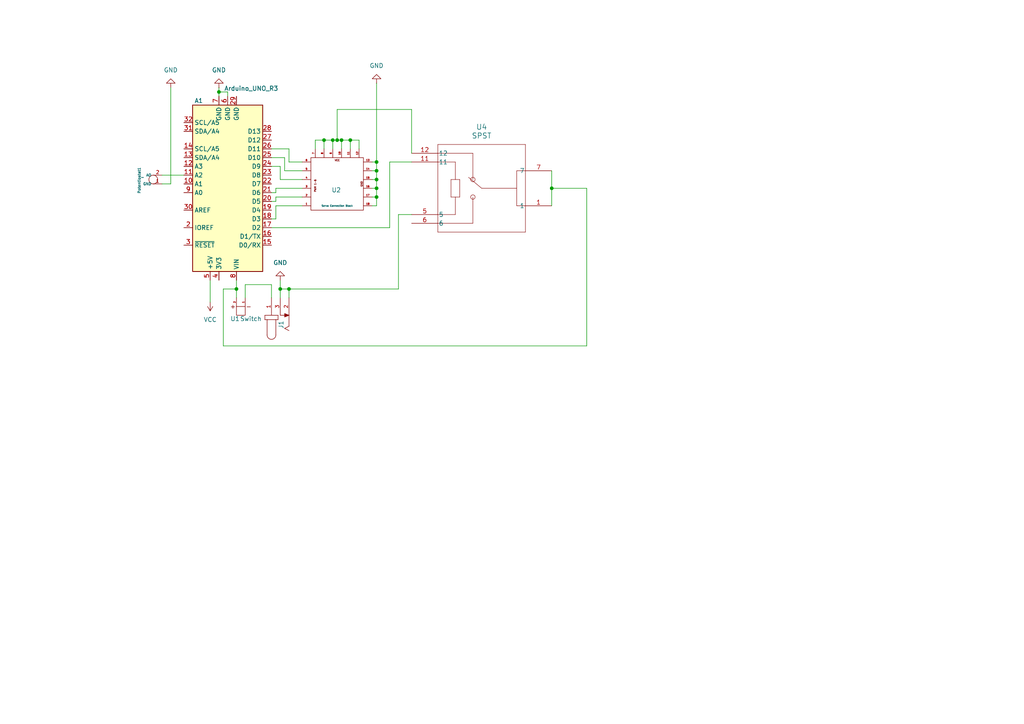
<source format=kicad_sch>
(kicad_sch
	(version 20231120)
	(generator "eeschema")
	(generator_version "8.0")
	(uuid "f59e8c54-e93d-4737-978a-52955120ac72")
	(paper "A4")
	(lib_symbols
		(symbol "MCU_Module:Arduino_UNO_R3"
			(exclude_from_sim no)
			(in_bom yes)
			(on_board yes)
			(property "Reference" "A"
				(at -10.16 23.495 0)
				(effects
					(font
						(size 1.27 1.27)
					)
					(justify left bottom)
				)
			)
			(property "Value" "Arduino_UNO_R3"
				(at 5.08 -26.67 0)
				(effects
					(font
						(size 1.27 1.27)
					)
					(justify left top)
				)
			)
			(property "Footprint" "Module:Arduino_UNO_R3"
				(at 0 0 0)
				(effects
					(font
						(size 1.27 1.27)
						(italic yes)
					)
					(hide yes)
				)
			)
			(property "Datasheet" "https://www.arduino.cc/en/Main/arduinoBoardUno"
				(at 0 0 0)
				(effects
					(font
						(size 1.27 1.27)
					)
					(hide yes)
				)
			)
			(property "Description" "Arduino UNO Microcontroller Module, release 3"
				(at 0 0 0)
				(effects
					(font
						(size 1.27 1.27)
					)
					(hide yes)
				)
			)
			(property "ki_keywords" "Arduino UNO R3 Microcontroller Module Atmel AVR USB"
				(at 0 0 0)
				(effects
					(font
						(size 1.27 1.27)
					)
					(hide yes)
				)
			)
			(property "ki_fp_filters" "Arduino*UNO*R3*"
				(at 0 0 0)
				(effects
					(font
						(size 1.27 1.27)
					)
					(hide yes)
				)
			)
			(symbol "Arduino_UNO_R3_0_1"
				(rectangle
					(start -10.16 22.86)
					(end 10.16 -25.4)
					(stroke
						(width 0.254)
						(type default)
					)
					(fill
						(type background)
					)
				)
			)
			(symbol "Arduino_UNO_R3_1_1"
				(pin no_connect line
					(at -10.16 -20.32 0)
					(length 2.54) hide
					(name "NC"
						(effects
							(font
								(size 1.27 1.27)
							)
						)
					)
					(number "1"
						(effects
							(font
								(size 1.27 1.27)
							)
						)
					)
				)
				(pin bidirectional line
					(at 12.7 -2.54 180)
					(length 2.54)
					(name "A1"
						(effects
							(font
								(size 1.27 1.27)
							)
						)
					)
					(number "10"
						(effects
							(font
								(size 1.27 1.27)
							)
						)
					)
				)
				(pin bidirectional line
					(at 12.7 -5.08 180)
					(length 2.54)
					(name "A2"
						(effects
							(font
								(size 1.27 1.27)
							)
						)
					)
					(number "11"
						(effects
							(font
								(size 1.27 1.27)
							)
						)
					)
				)
				(pin bidirectional line
					(at 12.7 -7.62 180)
					(length 2.54)
					(name "A3"
						(effects
							(font
								(size 1.27 1.27)
							)
						)
					)
					(number "12"
						(effects
							(font
								(size 1.27 1.27)
							)
						)
					)
				)
				(pin bidirectional line
					(at 12.7 -10.16 180)
					(length 2.54)
					(name "SDA/A4"
						(effects
							(font
								(size 1.27 1.27)
							)
						)
					)
					(number "13"
						(effects
							(font
								(size 1.27 1.27)
							)
						)
					)
				)
				(pin bidirectional line
					(at 12.7 -12.7 180)
					(length 2.54)
					(name "SCL/A5"
						(effects
							(font
								(size 1.27 1.27)
							)
						)
					)
					(number "14"
						(effects
							(font
								(size 1.27 1.27)
							)
						)
					)
				)
				(pin bidirectional line
					(at -12.7 15.24 0)
					(length 2.54)
					(name "D0/RX"
						(effects
							(font
								(size 1.27 1.27)
							)
						)
					)
					(number "15"
						(effects
							(font
								(size 1.27 1.27)
							)
						)
					)
				)
				(pin bidirectional line
					(at -12.7 12.7 0)
					(length 2.54)
					(name "D1/TX"
						(effects
							(font
								(size 1.27 1.27)
							)
						)
					)
					(number "16"
						(effects
							(font
								(size 1.27 1.27)
							)
						)
					)
				)
				(pin bidirectional line
					(at -12.7 10.16 0)
					(length 2.54)
					(name "D2"
						(effects
							(font
								(size 1.27 1.27)
							)
						)
					)
					(number "17"
						(effects
							(font
								(size 1.27 1.27)
							)
						)
					)
				)
				(pin bidirectional line
					(at -12.7 7.62 0)
					(length 2.54)
					(name "D3"
						(effects
							(font
								(size 1.27 1.27)
							)
						)
					)
					(number "18"
						(effects
							(font
								(size 1.27 1.27)
							)
						)
					)
				)
				(pin bidirectional line
					(at -12.7 5.08 0)
					(length 2.54)
					(name "D4"
						(effects
							(font
								(size 1.27 1.27)
							)
						)
					)
					(number "19"
						(effects
							(font
								(size 1.27 1.27)
							)
						)
					)
				)
				(pin output line
					(at 12.7 10.16 180)
					(length 2.54)
					(name "IOREF"
						(effects
							(font
								(size 1.27 1.27)
							)
						)
					)
					(number "2"
						(effects
							(font
								(size 1.27 1.27)
							)
						)
					)
				)
				(pin bidirectional line
					(at -12.7 2.54 0)
					(length 2.54)
					(name "D5"
						(effects
							(font
								(size 1.27 1.27)
							)
						)
					)
					(number "20"
						(effects
							(font
								(size 1.27 1.27)
							)
						)
					)
				)
				(pin bidirectional line
					(at -12.7 0 0)
					(length 2.54)
					(name "D6"
						(effects
							(font
								(size 1.27 1.27)
							)
						)
					)
					(number "21"
						(effects
							(font
								(size 1.27 1.27)
							)
						)
					)
				)
				(pin bidirectional line
					(at -12.7 -2.54 0)
					(length 2.54)
					(name "D7"
						(effects
							(font
								(size 1.27 1.27)
							)
						)
					)
					(number "22"
						(effects
							(font
								(size 1.27 1.27)
							)
						)
					)
				)
				(pin bidirectional line
					(at -12.7 -5.08 0)
					(length 2.54)
					(name "D8"
						(effects
							(font
								(size 1.27 1.27)
							)
						)
					)
					(number "23"
						(effects
							(font
								(size 1.27 1.27)
							)
						)
					)
				)
				(pin bidirectional line
					(at -12.7 -7.62 0)
					(length 2.54)
					(name "D9"
						(effects
							(font
								(size 1.27 1.27)
							)
						)
					)
					(number "24"
						(effects
							(font
								(size 1.27 1.27)
							)
						)
					)
				)
				(pin bidirectional line
					(at -12.7 -10.16 0)
					(length 2.54)
					(name "D10"
						(effects
							(font
								(size 1.27 1.27)
							)
						)
					)
					(number "25"
						(effects
							(font
								(size 1.27 1.27)
							)
						)
					)
				)
				(pin bidirectional line
					(at -12.7 -12.7 0)
					(length 2.54)
					(name "D11"
						(effects
							(font
								(size 1.27 1.27)
							)
						)
					)
					(number "26"
						(effects
							(font
								(size 1.27 1.27)
							)
						)
					)
				)
				(pin bidirectional line
					(at -12.7 -15.24 0)
					(length 2.54)
					(name "D12"
						(effects
							(font
								(size 1.27 1.27)
							)
						)
					)
					(number "27"
						(effects
							(font
								(size 1.27 1.27)
							)
						)
					)
				)
				(pin bidirectional line
					(at -12.7 -17.78 0)
					(length 2.54)
					(name "D13"
						(effects
							(font
								(size 1.27 1.27)
							)
						)
					)
					(number "28"
						(effects
							(font
								(size 1.27 1.27)
							)
						)
					)
				)
				(pin power_in line
					(at -2.54 -27.94 90)
					(length 2.54)
					(name "GND"
						(effects
							(font
								(size 1.27 1.27)
							)
						)
					)
					(number "29"
						(effects
							(font
								(size 1.27 1.27)
							)
						)
					)
				)
				(pin input line
					(at 12.7 15.24 180)
					(length 2.54)
					(name "~{RESET}"
						(effects
							(font
								(size 1.27 1.27)
							)
						)
					)
					(number "3"
						(effects
							(font
								(size 1.27 1.27)
							)
						)
					)
				)
				(pin input line
					(at 12.7 5.08 180)
					(length 2.54)
					(name "AREF"
						(effects
							(font
								(size 1.27 1.27)
							)
						)
					)
					(number "30"
						(effects
							(font
								(size 1.27 1.27)
							)
						)
					)
				)
				(pin bidirectional line
					(at 12.7 -17.78 180)
					(length 2.54)
					(name "SDA/A4"
						(effects
							(font
								(size 1.27 1.27)
							)
						)
					)
					(number "31"
						(effects
							(font
								(size 1.27 1.27)
							)
						)
					)
				)
				(pin bidirectional line
					(at 12.7 -20.32 180)
					(length 2.54)
					(name "SCL/A5"
						(effects
							(font
								(size 1.27 1.27)
							)
						)
					)
					(number "32"
						(effects
							(font
								(size 1.27 1.27)
							)
						)
					)
				)
				(pin power_out line
					(at 2.54 25.4 270)
					(length 2.54)
					(name "3V3"
						(effects
							(font
								(size 1.27 1.27)
							)
						)
					)
					(number "4"
						(effects
							(font
								(size 1.27 1.27)
							)
						)
					)
				)
				(pin power_out line
					(at 5.08 25.4 270)
					(length 2.54)
					(name "+5V"
						(effects
							(font
								(size 1.27 1.27)
							)
						)
					)
					(number "5"
						(effects
							(font
								(size 1.27 1.27)
							)
						)
					)
				)
				(pin power_in line
					(at 0 -27.94 90)
					(length 2.54)
					(name "GND"
						(effects
							(font
								(size 1.27 1.27)
							)
						)
					)
					(number "6"
						(effects
							(font
								(size 1.27 1.27)
							)
						)
					)
				)
				(pin power_in line
					(at 2.54 -27.94 90)
					(length 2.54)
					(name "GND"
						(effects
							(font
								(size 1.27 1.27)
							)
						)
					)
					(number "7"
						(effects
							(font
								(size 1.27 1.27)
							)
						)
					)
				)
				(pin power_in line
					(at -2.54 25.4 270)
					(length 2.54)
					(name "VIN"
						(effects
							(font
								(size 1.27 1.27)
							)
						)
					)
					(number "8"
						(effects
							(font
								(size 1.27 1.27)
							)
						)
					)
				)
				(pin bidirectional line
					(at 12.7 0 180)
					(length 2.54)
					(name "A0"
						(effects
							(font
								(size 1.27 1.27)
							)
						)
					)
					(number "9"
						(effects
							(font
								(size 1.27 1.27)
							)
						)
					)
				)
			)
		)
		(symbol "RA_symbols:SPST"
			(pin_names
				(offset 0.254)
			)
			(exclude_from_sim no)
			(in_bom yes)
			(on_board yes)
			(property "Reference" "U"
				(at 20.32 10.16 0)
				(effects
					(font
						(size 1.524 1.524)
					)
				)
			)
			(property "Value" "SPST"
				(at 20.32 7.62 0)
				(effects
					(font
						(size 1.524 1.524)
					)
				)
			)
			(property "Footprint" "RELAY6_J1021CS312VDC.20_CRS"
				(at 0 0 0)
				(effects
					(font
						(size 1.27 1.27)
						(italic yes)
					)
					(hide yes)
				)
			)
			(property "Datasheet" "J1021CS312VDC.20"
				(at 0 0 0)
				(effects
					(font
						(size 1.27 1.27)
						(italic yes)
					)
					(hide yes)
				)
			)
			(property "Description" ""
				(at 0 0 0)
				(effects
					(font
						(size 1.27 1.27)
					)
					(hide yes)
				)
			)
			(property "ki_keywords" "J1021CS312VDC.20"
				(at 0 0 0)
				(effects
					(font
						(size 1.27 1.27)
					)
					(hide yes)
				)
			)
			(property "ki_fp_filters" "RELAY6_J1021CS312VDC.20_CRS"
				(at 0 0 0)
				(effects
					(font
						(size 1.27 1.27)
					)
					(hide yes)
				)
			)
			(symbol "SPST_0_1"
				(polyline
					(pts
						(xy 7.62 -20.32) (xy 33.02 -20.32)
					)
					(stroke
						(width 0.127)
						(type default)
					)
					(fill
						(type none)
					)
				)
				(polyline
					(pts
						(xy 7.62 -2.54) (xy 10.16 -2.54)
					)
					(stroke
						(width 0.127)
						(type default)
					)
					(fill
						(type none)
					)
				)
				(polyline
					(pts
						(xy 7.62 5.08) (xy 7.62 -20.32)
					)
					(stroke
						(width 0.127)
						(type default)
					)
					(fill
						(type none)
					)
				)
				(polyline
					(pts
						(xy 10.16 -12.7) (xy 7.62 -12.7)
					)
					(stroke
						(width 0.127)
						(type default)
					)
					(fill
						(type none)
					)
				)
				(polyline
					(pts
						(xy 10.16 -7.62) (xy 20.32 -7.62)
					)
					(stroke
						(width 0.127)
						(type default)
					)
					(fill
						(type none)
					)
				)
				(polyline
					(pts
						(xy 10.16 -2.54) (xy 10.16 -12.7)
					)
					(stroke
						(width 0.127)
						(type default)
					)
					(fill
						(type none)
					)
				)
				(polyline
					(pts
						(xy 20.32 -7.62) (xy 24.13 -10.795)
					)
					(stroke
						(width 0.127)
						(type default)
					)
					(fill
						(type none)
					)
				)
				(polyline
					(pts
						(xy 22.86 -17.78) (xy 33.02 -17.78)
					)
					(stroke
						(width 0.127)
						(type default)
					)
					(fill
						(type none)
					)
				)
				(polyline
					(pts
						(xy 22.86 -10.16) (xy 22.86 -17.78)
					)
					(stroke
						(width 0.127)
						(type default)
					)
					(fill
						(type none)
					)
				)
				(polyline
					(pts
						(xy 22.86 2.54) (xy 22.86 -5.08)
					)
					(stroke
						(width 0.127)
						(type default)
					)
					(fill
						(type none)
					)
				)
				(polyline
					(pts
						(xy 26.67 -10.16) (xy 29.21 -10.16)
					)
					(stroke
						(width 0.127)
						(type default)
					)
					(fill
						(type none)
					)
				)
				(polyline
					(pts
						(xy 26.67 -5.08) (xy 26.67 -10.16)
					)
					(stroke
						(width 0.127)
						(type default)
					)
					(fill
						(type none)
					)
				)
				(polyline
					(pts
						(xy 26.67 -5.08) (xy 29.21 -5.08)
					)
					(stroke
						(width 0.127)
						(type default)
					)
					(fill
						(type none)
					)
				)
				(polyline
					(pts
						(xy 27.94 -15.24) (xy 33.02 -15.24)
					)
					(stroke
						(width 0.127)
						(type default)
					)
					(fill
						(type none)
					)
				)
				(polyline
					(pts
						(xy 27.94 -10.16) (xy 27.94 -15.24)
					)
					(stroke
						(width 0.127)
						(type default)
					)
					(fill
						(type none)
					)
				)
				(polyline
					(pts
						(xy 27.94 -5.08) (xy 27.94 0)
					)
					(stroke
						(width 0.127)
						(type default)
					)
					(fill
						(type none)
					)
				)
				(polyline
					(pts
						(xy 29.21 -10.16) (xy 29.21 -5.08)
					)
					(stroke
						(width 0.127)
						(type default)
					)
					(fill
						(type none)
					)
				)
				(polyline
					(pts
						(xy 33.02 -20.32) (xy 33.02 5.08)
					)
					(stroke
						(width 0.127)
						(type default)
					)
					(fill
						(type none)
					)
				)
				(polyline
					(pts
						(xy 33.02 0) (xy 27.94 0)
					)
					(stroke
						(width 0.127)
						(type default)
					)
					(fill
						(type none)
					)
				)
				(polyline
					(pts
						(xy 33.02 2.54) (xy 22.86 2.54)
					)
					(stroke
						(width 0.127)
						(type default)
					)
					(fill
						(type none)
					)
				)
				(polyline
					(pts
						(xy 33.02 5.08) (xy 7.62 5.08)
					)
					(stroke
						(width 0.127)
						(type default)
					)
					(fill
						(type none)
					)
				)
				(circle
					(center 22.86 -10.16)
					(radius 0.635)
					(stroke
						(width 0.127)
						(type default)
					)
					(fill
						(type none)
					)
				)
				(circle
					(center 22.86 -5.08)
					(radius 0.635)
					(stroke
						(width 0.127)
						(type default)
					)
					(fill
						(type none)
					)
				)
				(pin unspecified line
					(at 0 -2.54 0)
					(length 7.62)
					(name "1"
						(effects
							(font
								(size 1.27 1.27)
							)
						)
					)
					(number "1"
						(effects
							(font
								(size 1.27 1.27)
							)
						)
					)
				)
				(pin unspecified line
					(at 40.64 -15.24 180)
					(length 7.62)
					(name "11"
						(effects
							(font
								(size 1.27 1.27)
							)
						)
					)
					(number "11"
						(effects
							(font
								(size 1.27 1.27)
							)
						)
					)
				)
				(pin unspecified line
					(at 40.64 -17.78 180)
					(length 7.62)
					(name "12"
						(effects
							(font
								(size 1.27 1.27)
							)
						)
					)
					(number "12"
						(effects
							(font
								(size 1.27 1.27)
							)
						)
					)
				)
				(pin unspecified line
					(at 40.64 0 180)
					(length 7.62)
					(name "5"
						(effects
							(font
								(size 1.27 1.27)
							)
						)
					)
					(number "5"
						(effects
							(font
								(size 1.27 1.27)
							)
						)
					)
				)
				(pin unspecified line
					(at 40.64 2.54 180)
					(length 7.62)
					(name "6"
						(effects
							(font
								(size 1.27 1.27)
							)
						)
					)
					(number "6"
						(effects
							(font
								(size 1.27 1.27)
							)
						)
					)
				)
				(pin unspecified line
					(at 0 -12.7 0)
					(length 7.62)
					(name "7"
						(effects
							(font
								(size 1.27 1.27)
							)
						)
					)
					(number "7"
						(effects
							(font
								(size 1.27 1.27)
							)
						)
					)
				)
			)
		)
		(symbol "RA_symbols:Servo_Connection_Block"
			(exclude_from_sim no)
			(in_bom yes)
			(on_board yes)
			(property "Reference" "U2"
				(at 6.35 -4.064 0)
				(effects
					(font
						(size 1.27 1.27)
					)
				)
			)
			(property "Value" "Servo Connection Block"
				(at 6.35 -10.414 0)
				(effects
					(font
						(size 0.5 0.5)
					)
				)
			)
			(property "Footprint" "Recirculation_Aparatus_Footprints:Servo Connection Block"
				(at 0 0 0)
				(effects
					(font
						(size 1.27 1.27)
					)
					(hide yes)
				)
			)
			(property "Datasheet" ""
				(at 0 0 0)
				(effects
					(font
						(size 1.27 1.27)
					)
					(hide yes)
				)
			)
			(property "Description" "Block of Pin Connections"
				(at 0 0 0)
				(effects
					(font
						(size 1.27 1.27)
					)
					(hide yes)
				)
			)
			(property "ki_keywords" "Connection"
				(at 0 0 0)
				(effects
					(font
						(size 1.27 1.27)
					)
					(hide yes)
				)
			)
			(symbol "Servo_Connection_Block_0_1"
				(rectangle
					(start -1.27 3.81)
					(end 13.97 -11.43)
					(stroke
						(width 0)
						(type default)
					)
					(fill
						(type none)
					)
				)
			)
			(symbol "Servo_Connection_Block_1_1"
				(text "GND"
					(at 13.462 -3.81 900)
					(effects
						(font
							(size 0.5 0.5)
						)
					)
				)
				(text "PWM 1-6"
					(at 0 -4.318 900)
					(effects
						(font
							(size 0.5 0.5)
						)
					)
				)
				(text "VCC"
					(at 6.35 3.048 0)
					(effects
						(font
							(size 0.5 0.5)
						)
					)
				)
				(pin input line
					(at -3.81 -10.16 0)
					(length 2.54)
					(name ""
						(effects
							(font
								(size 0.5 0.5)
							)
						)
					)
					(number "1"
						(effects
							(font
								(size 0.5 0.5)
							)
						)
					)
				)
				(pin input line
					(at 7.62 6.35 270)
					(length 2.54)
					(name ""
						(effects
							(font
								(size 0.5 0.5)
							)
						)
					)
					(number "10"
						(effects
							(font
								(size 0.5 0.5)
							)
						)
					)
				)
				(pin input line
					(at 10.16 6.35 270)
					(length 2.54)
					(name ""
						(effects
							(font
								(size 0.5 0.5)
							)
						)
					)
					(number "11"
						(effects
							(font
								(size 0.5 0.5)
							)
						)
					)
				)
				(pin input line
					(at 12.7 6.35 270)
					(length 2.54)
					(name ""
						(effects
							(font
								(size 0.5 0.5)
							)
						)
					)
					(number "12"
						(effects
							(font
								(size 0.5 0.5)
							)
						)
					)
				)
				(pin input line
					(at 16.51 2.54 180)
					(length 2.54)
					(name ""
						(effects
							(font
								(size 0.5 0.5)
							)
						)
					)
					(number "13"
						(effects
							(font
								(size 0.5 0.5)
							)
						)
					)
				)
				(pin input line
					(at 16.51 0 180)
					(length 2.54)
					(name ""
						(effects
							(font
								(size 0.5 0.5)
							)
						)
					)
					(number "14"
						(effects
							(font
								(size 0.5 0.5)
							)
						)
					)
				)
				(pin input line
					(at 16.51 -2.54 180)
					(length 2.54)
					(name ""
						(effects
							(font
								(size 0.5 0.5)
							)
						)
					)
					(number "15"
						(effects
							(font
								(size 0.5 0.5)
							)
						)
					)
				)
				(pin input line
					(at 16.51 -5.08 180)
					(length 2.54)
					(name ""
						(effects
							(font
								(size 0.5 0.5)
							)
						)
					)
					(number "16"
						(effects
							(font
								(size 0.5 0.5)
							)
						)
					)
				)
				(pin input line
					(at 16.51 -7.62 180)
					(length 2.54)
					(name ""
						(effects
							(font
								(size 0.5 0.5)
							)
						)
					)
					(number "17"
						(effects
							(font
								(size 0.5 0.5)
							)
						)
					)
				)
				(pin input line
					(at 16.51 -10.16 180)
					(length 2.54)
					(name ""
						(effects
							(font
								(size 0.5 0.5)
							)
						)
					)
					(number "18"
						(effects
							(font
								(size 0.5 0.5)
							)
						)
					)
				)
				(pin input line
					(at -3.81 -7.62 0)
					(length 2.54)
					(name ""
						(effects
							(font
								(size 0.5 0.5)
							)
						)
					)
					(number "2"
						(effects
							(font
								(size 0.5 0.5)
							)
						)
					)
				)
				(pin input line
					(at -3.81 -5.08 0)
					(length 2.54)
					(name ""
						(effects
							(font
								(size 0.5 0.5)
							)
						)
					)
					(number "3"
						(effects
							(font
								(size 0.5 0.5)
							)
						)
					)
				)
				(pin input line
					(at -3.81 -2.54 0)
					(length 2.54)
					(name ""
						(effects
							(font
								(size 0.5 0.5)
							)
						)
					)
					(number "4"
						(effects
							(font
								(size 0.5 0.5)
							)
						)
					)
				)
				(pin input line
					(at -3.81 0 0)
					(length 2.54)
					(name ""
						(effects
							(font
								(size 0.5 0.5)
							)
						)
					)
					(number "5"
						(effects
							(font
								(size 0.5 0.5)
							)
						)
					)
				)
				(pin input line
					(at -3.81 2.54 0)
					(length 2.54)
					(name ""
						(effects
							(font
								(size 0.5 0.5)
							)
						)
					)
					(number "6"
						(effects
							(font
								(size 0.5 0.5)
							)
						)
					)
				)
				(pin input line
					(at 0 6.35 270)
					(length 2.54)
					(name ""
						(effects
							(font
								(size 0.5 0.5)
							)
						)
					)
					(number "7"
						(effects
							(font
								(size 0.5 0.5)
							)
						)
					)
				)
				(pin input line
					(at 2.54 6.35 270)
					(length 2.54)
					(name ""
						(effects
							(font
								(size 0.5 0.5)
							)
						)
					)
					(number "8"
						(effects
							(font
								(size 0.5 0.5)
							)
						)
					)
				)
				(pin input line
					(at 5.08 6.35 270)
					(length 2.54)
					(name ""
						(effects
							(font
								(size 0.5 0.5)
							)
						)
					)
					(number "9"
						(effects
							(font
								(size 0.5 0.5)
							)
						)
					)
				)
			)
		)
		(symbol "Recirculation_Aparatus_Symbols:PJ-202B"
			(pin_names
				(offset 1.016)
			)
			(exclude_from_sim no)
			(in_bom yes)
			(on_board yes)
			(property "Reference" "J"
				(at -7.6259 5.0839 0)
				(effects
					(font
						(size 1.27 1.27)
					)
					(justify left bottom)
				)
			)
			(property "Value" "PJ-202B"
				(at -7.6205 -5.0804 0)
				(effects
					(font
						(size 1.27 1.27)
					)
					(justify left bottom)
				)
			)
			(property "Footprint" "PJ-202B:CUI_PJ-202B"
				(at 0 0 0)
				(effects
					(font
						(size 1.27 1.27)
					)
					(justify bottom)
					(hide yes)
				)
			)
			(property "Datasheet" ""
				(at 0 0 0)
				(effects
					(font
						(size 1.27 1.27)
					)
					(hide yes)
				)
			)
			(property "Description" ""
				(at 0 0 0)
				(effects
					(font
						(size 1.27 1.27)
					)
					(hide yes)
				)
			)
			(property "STANDARD" "Manufacturer recommendations"
				(at 0 0 0)
				(effects
					(font
						(size 1.27 1.27)
					)
					(justify bottom)
					(hide yes)
				)
			)
			(property "PART_REV" "1.02"
				(at 0 0 0)
				(effects
					(font
						(size 1.27 1.27)
					)
					(justify bottom)
					(hide yes)
				)
			)
			(property "MANUFACTURER" "CUI INC"
				(at 0 0 0)
				(effects
					(font
						(size 1.27 1.27)
					)
					(justify bottom)
					(hide yes)
				)
			)
			(symbol "PJ-202B_0_0"
				(arc
					(start -5.715 3.81)
					(mid -6.9794 2.54)
					(end -5.715 1.27)
					(stroke
						(width 0.1524)
						(type default)
					)
					(fill
						(type none)
					)
				)
				(polyline
					(pts
						(xy -5.715 3.81) (xy -1.27 3.81)
					)
					(stroke
						(width 0.1524)
						(type default)
					)
					(fill
						(type none)
					)
				)
				(polyline
					(pts
						(xy -3.81 -1.27) (xy -4.445 -2.54)
					)
					(stroke
						(width 0.1524)
						(type default)
					)
					(fill
						(type none)
					)
				)
				(polyline
					(pts
						(xy -3.175 -2.54) (xy -3.81 -1.27)
					)
					(stroke
						(width 0.1524)
						(type default)
					)
					(fill
						(type none)
					)
				)
				(polyline
					(pts
						(xy -1.27 0.635) (xy 0 0.635)
					)
					(stroke
						(width 0.1524)
						(type default)
					)
					(fill
						(type none)
					)
				)
				(polyline
					(pts
						(xy -1.27 1.27) (xy -5.715 1.27)
					)
					(stroke
						(width 0.1524)
						(type default)
					)
					(fill
						(type none)
					)
				)
				(polyline
					(pts
						(xy -1.27 1.27) (xy -1.27 0.635)
					)
					(stroke
						(width 0.1524)
						(type default)
					)
					(fill
						(type none)
					)
				)
				(polyline
					(pts
						(xy -1.27 3.81) (xy -1.27 1.27)
					)
					(stroke
						(width 0.1524)
						(type default)
					)
					(fill
						(type none)
					)
				)
				(polyline
					(pts
						(xy -1.27 4.445) (xy -1.27 3.81)
					)
					(stroke
						(width 0.1524)
						(type default)
					)
					(fill
						(type none)
					)
				)
				(polyline
					(pts
						(xy 0 -2.54) (xy -3.175 -2.54)
					)
					(stroke
						(width 0.1524)
						(type default)
					)
					(fill
						(type none)
					)
				)
				(polyline
					(pts
						(xy 0 0) (xy 0 -2.54)
					)
					(stroke
						(width 0.1524)
						(type default)
					)
					(fill
						(type none)
					)
				)
				(polyline
					(pts
						(xy 0 0.635) (xy 0 4.445)
					)
					(stroke
						(width 0.1524)
						(type default)
					)
					(fill
						(type none)
					)
				)
				(polyline
					(pts
						(xy 0 4.445) (xy -1.27 4.445)
					)
					(stroke
						(width 0.1524)
						(type default)
					)
					(fill
						(type none)
					)
				)
				(polyline
					(pts
						(xy 0 -2.54) (xy -0.508 -1.27) (xy 0.508 -1.27) (xy 0 -2.54)
					)
					(stroke
						(width 0.1524)
						(type default)
					)
					(fill
						(type outline)
					)
				)
				(pin passive line
					(at 5.08 2.54 180)
					(length 5.08)
					(name "~"
						(effects
							(font
								(size 1.016 1.016)
							)
						)
					)
					(number "1"
						(effects
							(font
								(size 1.016 1.016)
							)
						)
					)
				)
				(pin passive line
					(at 5.08 -2.54 180)
					(length 5.08)
					(name "~"
						(effects
							(font
								(size 1.016 1.016)
							)
						)
					)
					(number "2"
						(effects
							(font
								(size 1.016 1.016)
							)
						)
					)
				)
				(pin passive line
					(at 5.08 0 180)
					(length 5.08)
					(name "~"
						(effects
							(font
								(size 1.016 1.016)
							)
						)
					)
					(number "3"
						(effects
							(font
								(size 1.016 1.016)
							)
						)
					)
				)
			)
		)
		(symbol "Recirculation_Aparatus_Symbols:Potentiostat"
			(exclude_from_sim no)
			(in_bom yes)
			(on_board yes)
			(property "Reference" "Potentiostat1"
				(at 4.064 -3.556 90)
				(effects
					(font
						(size 0.75 0.75)
					)
					(justify left)
				)
			)
			(property "Value" "~"
				(at 2.54 -0.635 0)
				(effects
					(font
						(size 1.27 1.27)
					)
					(justify left)
				)
			)
			(property "Footprint" "Recirculation_Aparatus_Footprints:Potentiometer"
				(at 0 0 0)
				(effects
					(font
						(size 1.27 1.27)
					)
					(hide yes)
				)
			)
			(property "Datasheet" ""
				(at 0 0 0)
				(effects
					(font
						(size 1.27 1.27)
					)
					(hide yes)
				)
			)
			(property "Description" "potentiostat connection"
				(at 0 0 0)
				(effects
					(font
						(size 1.27 1.27)
					)
					(hide yes)
				)
			)
			(symbol "Potentiostat_0_1"
				(circle
					(center 0 0)
					(radius 1.27)
					(stroke
						(width 0)
						(type default)
					)
					(fill
						(type none)
					)
				)
			)
			(symbol "Potentiostat_1_1"
				(pin power_in line
					(at -2.54 1.27 0)
					(length 2.54)
					(name "GND"
						(effects
							(font
								(size 0.75 0.75)
							)
						)
					)
					(number "1"
						(effects
							(font
								(size 1 1)
							)
						)
					)
				)
				(pin power_in line
					(at -2.54 -1.27 0)
					(length 2.54)
					(name "AO"
						(effects
							(font
								(size 0.75 0.75)
							)
						)
					)
					(number "2"
						(effects
							(font
								(size 1 1)
							)
						)
					)
				)
			)
		)
		(symbol "Recirculation_Aparatus_Symbols:Switch"
			(exclude_from_sim no)
			(in_bom yes)
			(on_board yes)
			(property "Reference" "U1"
				(at -3.048 -2.286 0)
				(effects
					(font
						(size 1.27 1.27)
					)
					(justify left)
				)
			)
			(property "Value" "Switch"
				(at -0.254 -2.286 0)
				(effects
					(font
						(size 1.27 1.27)
					)
					(justify left)
				)
			)
			(property "Footprint" "Recirculation_Aparatus_Footprints:Switch"
				(at 0 0 0)
				(effects
					(font
						(size 1.27 1.27)
					)
					(hide yes)
				)
			)
			(property "Datasheet" ""
				(at 0 0 0)
				(effects
					(font
						(size 1.27 1.27)
					)
					(hide yes)
				)
			)
			(property "Description" "Switch"
				(at 0 0 0)
				(effects
					(font
						(size 1.27 1.27)
					)
					(hide yes)
				)
			)
			(symbol "Switch_0_1"
				(rectangle
					(start -1.27 1.27)
					(end 1.27 -1.27)
					(stroke
						(width 0)
						(type default)
					)
					(fill
						(type none)
					)
				)
			)
			(symbol "Switch_1_1"
				(text "+\n"
					(at -2.286 1.27 0)
					(effects
						(font
							(size 1.27 1.27)
						)
					)
				)
				(text "-"
					(at 2.286 1.27 0)
					(effects
						(font
							(size 1.27 1.27)
						)
					)
				)
				(pin input line
					(at 1.27 3.81 270)
					(length 2.54)
					(name ""
						(effects
							(font
								(size 0.5 0.5)
							)
						)
					)
					(number "1"
						(effects
							(font
								(size 0.5 0.5)
							)
						)
					)
				)
				(pin input line
					(at -1.27 3.81 270)
					(length 2.54)
					(name ""
						(effects
							(font
								(size 0.5 0.5)
							)
						)
					)
					(number "2"
						(effects
							(font
								(size 0.5 0.5)
							)
						)
					)
				)
			)
		)
		(symbol "power:GND"
			(power)
			(pin_numbers hide)
			(pin_names
				(offset 0) hide)
			(exclude_from_sim no)
			(in_bom yes)
			(on_board yes)
			(property "Reference" "#PWR"
				(at 0 -6.35 0)
				(effects
					(font
						(size 1.27 1.27)
					)
					(hide yes)
				)
			)
			(property "Value" "GND"
				(at 0 -3.81 0)
				(effects
					(font
						(size 1.27 1.27)
					)
				)
			)
			(property "Footprint" ""
				(at 0 0 0)
				(effects
					(font
						(size 1.27 1.27)
					)
					(hide yes)
				)
			)
			(property "Datasheet" ""
				(at 0 0 0)
				(effects
					(font
						(size 1.27 1.27)
					)
					(hide yes)
				)
			)
			(property "Description" "Power symbol creates a global label with name \"GND\" , ground"
				(at 0 0 0)
				(effects
					(font
						(size 1.27 1.27)
					)
					(hide yes)
				)
			)
			(property "ki_keywords" "global power"
				(at 0 0 0)
				(effects
					(font
						(size 1.27 1.27)
					)
					(hide yes)
				)
			)
			(symbol "GND_0_1"
				(polyline
					(pts
						(xy 0 0) (xy 0 -1.27) (xy 1.27 -1.27) (xy 0 -2.54) (xy -1.27 -1.27) (xy 0 -1.27)
					)
					(stroke
						(width 0)
						(type default)
					)
					(fill
						(type none)
					)
				)
			)
			(symbol "GND_1_1"
				(pin power_in line
					(at 0 0 270)
					(length 0)
					(name "~"
						(effects
							(font
								(size 1.27 1.27)
							)
						)
					)
					(number "1"
						(effects
							(font
								(size 1.27 1.27)
							)
						)
					)
				)
			)
		)
		(symbol "power:VCC"
			(power)
			(pin_numbers hide)
			(pin_names
				(offset 0) hide)
			(exclude_from_sim no)
			(in_bom yes)
			(on_board yes)
			(property "Reference" "#PWR"
				(at 0 -3.81 0)
				(effects
					(font
						(size 1.27 1.27)
					)
					(hide yes)
				)
			)
			(property "Value" "VCC"
				(at 0 3.556 0)
				(effects
					(font
						(size 1.27 1.27)
					)
				)
			)
			(property "Footprint" ""
				(at 0 0 0)
				(effects
					(font
						(size 1.27 1.27)
					)
					(hide yes)
				)
			)
			(property "Datasheet" ""
				(at 0 0 0)
				(effects
					(font
						(size 1.27 1.27)
					)
					(hide yes)
				)
			)
			(property "Description" "Power symbol creates a global label with name \"VCC\""
				(at 0 0 0)
				(effects
					(font
						(size 1.27 1.27)
					)
					(hide yes)
				)
			)
			(property "ki_keywords" "global power"
				(at 0 0 0)
				(effects
					(font
						(size 1.27 1.27)
					)
					(hide yes)
				)
			)
			(symbol "VCC_0_1"
				(polyline
					(pts
						(xy -0.762 1.27) (xy 0 2.54)
					)
					(stroke
						(width 0)
						(type default)
					)
					(fill
						(type none)
					)
				)
				(polyline
					(pts
						(xy 0 0) (xy 0 2.54)
					)
					(stroke
						(width 0)
						(type default)
					)
					(fill
						(type none)
					)
				)
				(polyline
					(pts
						(xy 0 2.54) (xy 0.762 1.27)
					)
					(stroke
						(width 0)
						(type default)
					)
					(fill
						(type none)
					)
				)
			)
			(symbol "VCC_1_1"
				(pin power_in line
					(at 0 0 90)
					(length 0)
					(name "~"
						(effects
							(font
								(size 1.27 1.27)
							)
						)
					)
					(number "1"
						(effects
							(font
								(size 1.27 1.27)
							)
						)
					)
				)
			)
		)
	)
	(junction
		(at 96.52 40.64)
		(diameter 0)
		(color 0 0 0 0)
		(uuid "040047ac-5ff4-4215-8bd6-a3eab5258eae")
	)
	(junction
		(at 160.02 54.61)
		(diameter 0)
		(color 0 0 0 0)
		(uuid "16a9e242-b3be-40fd-a243-3795b9f08932")
	)
	(junction
		(at 81.28 83.82)
		(diameter 0)
		(color 0 0 0 0)
		(uuid "2349027e-0f3e-44e7-9ccb-1ddb883d3399")
	)
	(junction
		(at 109.22 46.99)
		(diameter 0)
		(color 0 0 0 0)
		(uuid "2a3df42c-56ea-4d0d-af33-166f72bd1ac8")
	)
	(junction
		(at 83.82 83.82)
		(diameter 0)
		(color 0 0 0 0)
		(uuid "2b7a4f2c-ad7a-4497-80a8-19045b9b43f1")
	)
	(junction
		(at 109.22 54.61)
		(diameter 0)
		(color 0 0 0 0)
		(uuid "300f88a9-018e-4524-ad62-53b2a3a6f12b")
	)
	(junction
		(at 63.5 26.67)
		(diameter 0)
		(color 0 0 0 0)
		(uuid "37be3685-f36f-44ae-9f88-fd2d45f098ae")
	)
	(junction
		(at 68.58 83.82)
		(diameter 0)
		(color 0 0 0 0)
		(uuid "3c74689c-5301-4084-ba7e-169edf2c8751")
	)
	(junction
		(at 99.06 40.64)
		(diameter 0)
		(color 0 0 0 0)
		(uuid "4f1f3de3-841d-4680-8115-79b692776c3d")
	)
	(junction
		(at 109.22 52.07)
		(diameter 0)
		(color 0 0 0 0)
		(uuid "612e0473-51c1-410a-b7c7-98f5609c1f66")
	)
	(junction
		(at 109.22 57.15)
		(diameter 0)
		(color 0 0 0 0)
		(uuid "b535e7f7-f8b5-4da2-96c2-d01d38204a5c")
	)
	(junction
		(at 101.6 40.64)
		(diameter 0)
		(color 0 0 0 0)
		(uuid "c8476366-bfb0-4682-906a-f9fd6780379d")
	)
	(junction
		(at 97.79 40.64)
		(diameter 0)
		(color 0 0 0 0)
		(uuid "ca7f690b-c249-4882-b697-fd19e4081e8c")
	)
	(junction
		(at 93.98 40.64)
		(diameter 0)
		(color 0 0 0 0)
		(uuid "d1eb3327-6868-4e82-9aba-67bfb245749a")
	)
	(junction
		(at 109.22 49.53)
		(diameter 0)
		(color 0 0 0 0)
		(uuid "fc684add-03ef-4a79-8e94-e0d162517808")
	)
	(wire
		(pts
			(xy 80.01 59.69) (xy 80.01 63.5)
		)
		(stroke
			(width 0)
			(type default)
		)
		(uuid "0a1cb2fc-2b9a-4fb8-8a0b-13b50249c27b")
	)
	(wire
		(pts
			(xy 81.28 48.26) (xy 81.28 52.07)
		)
		(stroke
			(width 0)
			(type default)
		)
		(uuid "0d7d1787-c6d0-4dfd-af00-af0750be3241")
	)
	(wire
		(pts
			(xy 80.01 57.15) (xy 80.01 58.42)
		)
		(stroke
			(width 0)
			(type default)
		)
		(uuid "2052814f-81f1-4864-990a-8666637eb345")
	)
	(wire
		(pts
			(xy 99.06 40.64) (xy 99.06 43.18)
		)
		(stroke
			(width 0)
			(type default)
		)
		(uuid "20fe1d2d-f96d-443e-ab49-5161eeb7af2d")
	)
	(wire
		(pts
			(xy 107.95 59.69) (xy 109.22 59.69)
		)
		(stroke
			(width 0)
			(type default)
		)
		(uuid "26220d63-9dbb-4f0b-9510-83cfbedc5da6")
	)
	(wire
		(pts
			(xy 68.58 81.28) (xy 68.58 83.82)
		)
		(stroke
			(width 0)
			(type default)
		)
		(uuid "286be603-212c-4869-8812-4bab7f035538")
	)
	(wire
		(pts
			(xy 93.98 40.64) (xy 93.98 43.18)
		)
		(stroke
			(width 0)
			(type default)
		)
		(uuid "28a882cd-d94d-462f-a0df-62f3acdb2d89")
	)
	(wire
		(pts
			(xy 119.38 31.75) (xy 97.79 31.75)
		)
		(stroke
			(width 0)
			(type default)
		)
		(uuid "31e8d69e-6918-4ef9-9d54-16d1a3e6d154")
	)
	(wire
		(pts
			(xy 119.38 44.45) (xy 119.38 31.75)
		)
		(stroke
			(width 0)
			(type default)
		)
		(uuid "344b61a6-dc26-45f3-94b4-e0134e1e1142")
	)
	(wire
		(pts
			(xy 87.63 49.53) (xy 82.55 49.53)
		)
		(stroke
			(width 0)
			(type default)
		)
		(uuid "35a524a7-4980-415c-bb9e-765f3908c049")
	)
	(wire
		(pts
			(xy 107.95 54.61) (xy 109.22 54.61)
		)
		(stroke
			(width 0)
			(type default)
		)
		(uuid "373e00dc-9401-43f6-990a-697a8af11207")
	)
	(wire
		(pts
			(xy 68.58 83.82) (xy 68.58 86.36)
		)
		(stroke
			(width 0)
			(type default)
		)
		(uuid "392ce331-ff31-43e1-88d1-dd3da0bb5b7c")
	)
	(wire
		(pts
			(xy 64.77 100.33) (xy 170.18 100.33)
		)
		(stroke
			(width 0)
			(type default)
		)
		(uuid "3b7a4e63-65d6-4cc2-b6ed-ddd791fba32f")
	)
	(wire
		(pts
			(xy 97.79 31.75) (xy 97.79 40.64)
		)
		(stroke
			(width 0)
			(type default)
		)
		(uuid "3c90b515-7729-423a-808d-a0d798424f49")
	)
	(wire
		(pts
			(xy 63.5 25.4) (xy 63.5 26.67)
		)
		(stroke
			(width 0)
			(type default)
		)
		(uuid "3cd7c1cd-6b9b-47e4-8770-1cb890149065")
	)
	(wire
		(pts
			(xy 87.63 59.69) (xy 80.01 59.69)
		)
		(stroke
			(width 0)
			(type default)
		)
		(uuid "43efd8b8-352f-406a-986a-7f27f378d6fa")
	)
	(wire
		(pts
			(xy 93.98 40.64) (xy 96.52 40.64)
		)
		(stroke
			(width 0)
			(type default)
		)
		(uuid "4906058d-80e8-4337-b83d-adbc9ff24857")
	)
	(wire
		(pts
			(xy 109.22 24.13) (xy 109.22 46.99)
		)
		(stroke
			(width 0)
			(type default)
		)
		(uuid "4d223e9c-d99b-4181-8e17-a124c7de3932")
	)
	(wire
		(pts
			(xy 78.74 66.04) (xy 113.03 66.04)
		)
		(stroke
			(width 0)
			(type default)
		)
		(uuid "4ebf2b02-f68e-431e-b690-aff0d7c68129")
	)
	(wire
		(pts
			(xy 160.02 49.53) (xy 160.02 54.61)
		)
		(stroke
			(width 0)
			(type default)
		)
		(uuid "569ea457-8ae8-45fd-a373-4b29f71d1fab")
	)
	(wire
		(pts
			(xy 107.95 52.07) (xy 109.22 52.07)
		)
		(stroke
			(width 0)
			(type default)
		)
		(uuid "5757c1ac-accc-4f04-a7f7-16e2d021f6eb")
	)
	(wire
		(pts
			(xy 96.52 40.64) (xy 97.79 40.64)
		)
		(stroke
			(width 0)
			(type default)
		)
		(uuid "5873d1b3-950e-4621-96ea-a7c14b83d6a5")
	)
	(wire
		(pts
			(xy 71.12 82.55) (xy 78.74 82.55)
		)
		(stroke
			(width 0)
			(type default)
		)
		(uuid "59353af0-dc44-4ee1-a59a-761fabdccf55")
	)
	(wire
		(pts
			(xy 109.22 49.53) (xy 109.22 52.07)
		)
		(stroke
			(width 0)
			(type default)
		)
		(uuid "5a54e6bb-d9a3-47e8-a87e-8ca335bb68ee")
	)
	(wire
		(pts
			(xy 49.53 53.34) (xy 49.53 25.4)
		)
		(stroke
			(width 0)
			(type default)
		)
		(uuid "629baa12-b6ac-4adc-ac39-d95daa870c12")
	)
	(wire
		(pts
			(xy 101.6 40.64) (xy 101.6 43.18)
		)
		(stroke
			(width 0)
			(type default)
		)
		(uuid "669a26b4-4a11-4b72-8aaa-77efde0ea9c2")
	)
	(wire
		(pts
			(xy 119.38 46.99) (xy 113.03 46.99)
		)
		(stroke
			(width 0)
			(type default)
		)
		(uuid "679767d4-9c53-41b0-8096-9fd133249b4d")
	)
	(wire
		(pts
			(xy 119.38 62.23) (xy 115.57 62.23)
		)
		(stroke
			(width 0)
			(type default)
		)
		(uuid "67ee87bc-f4e5-479b-8e8c-43e568265274")
	)
	(wire
		(pts
			(xy 78.74 86.36) (xy 78.74 82.55)
		)
		(stroke
			(width 0)
			(type default)
		)
		(uuid "71f2142c-cc20-4342-ab15-7085967d4a04")
	)
	(wire
		(pts
			(xy 91.44 43.18) (xy 91.44 40.64)
		)
		(stroke
			(width 0)
			(type default)
		)
		(uuid "726a75a0-7cf8-427a-9397-38cdaceec358")
	)
	(wire
		(pts
			(xy 46.99 50.8) (xy 53.34 50.8)
		)
		(stroke
			(width 0)
			(type default)
		)
		(uuid "7723a6bf-31b3-469f-a2a9-504dc0bf54bc")
	)
	(wire
		(pts
			(xy 109.22 52.07) (xy 109.22 54.61)
		)
		(stroke
			(width 0)
			(type default)
		)
		(uuid "78431c97-c977-4585-bf5a-da5ae0579601")
	)
	(wire
		(pts
			(xy 160.02 54.61) (xy 160.02 59.69)
		)
		(stroke
			(width 0)
			(type default)
		)
		(uuid "78d55740-8891-4f69-960c-38035fa90155")
	)
	(wire
		(pts
			(xy 80.01 55.88) (xy 78.74 55.88)
		)
		(stroke
			(width 0)
			(type default)
		)
		(uuid "7dd4cf35-1c08-4f0f-9cb8-6a6a410e0813")
	)
	(wire
		(pts
			(xy 78.74 45.72) (xy 82.55 45.72)
		)
		(stroke
			(width 0)
			(type default)
		)
		(uuid "8154b0f4-9724-4088-a869-3db6f4af8e30")
	)
	(wire
		(pts
			(xy 91.44 40.64) (xy 93.98 40.64)
		)
		(stroke
			(width 0)
			(type default)
		)
		(uuid "81d4b104-9f6e-4556-be28-3f81eb13c9b6")
	)
	(wire
		(pts
			(xy 170.18 54.61) (xy 160.02 54.61)
		)
		(stroke
			(width 0)
			(type default)
		)
		(uuid "820e7e24-87d3-4d75-a6a8-dd690952a220")
	)
	(wire
		(pts
			(xy 81.28 83.82) (xy 81.28 86.36)
		)
		(stroke
			(width 0)
			(type default)
		)
		(uuid "83e1ba8a-21a8-44ec-a7fb-da144ccdf265")
	)
	(wire
		(pts
			(xy 78.74 58.42) (xy 80.01 58.42)
		)
		(stroke
			(width 0)
			(type default)
		)
		(uuid "891eb2d8-a2af-4458-ae35-efc850b284e5")
	)
	(wire
		(pts
			(xy 83.82 43.18) (xy 83.82 46.99)
		)
		(stroke
			(width 0)
			(type default)
		)
		(uuid "8bf2f4da-2e5a-4e30-90c7-c5271d8e0f5d")
	)
	(wire
		(pts
			(xy 64.77 100.33) (xy 64.77 83.82)
		)
		(stroke
			(width 0)
			(type default)
		)
		(uuid "8c5f0171-e140-4c07-8e9c-d7ac03d8dfbf")
	)
	(wire
		(pts
			(xy 104.14 40.64) (xy 104.14 43.18)
		)
		(stroke
			(width 0)
			(type default)
		)
		(uuid "92c517f0-e07c-40ee-9048-28ab8fb4e254")
	)
	(wire
		(pts
			(xy 109.22 46.99) (xy 109.22 49.53)
		)
		(stroke
			(width 0)
			(type default)
		)
		(uuid "9a418496-9113-4614-b8e1-1c48b153b704")
	)
	(wire
		(pts
			(xy 107.95 49.53) (xy 109.22 49.53)
		)
		(stroke
			(width 0)
			(type default)
		)
		(uuid "9bcfd0fd-3b37-4e53-a36f-5a5d47b82b4f")
	)
	(wire
		(pts
			(xy 81.28 83.82) (xy 83.82 83.82)
		)
		(stroke
			(width 0)
			(type default)
		)
		(uuid "9bf22678-96fd-4671-bb4f-b9813a730e8b")
	)
	(wire
		(pts
			(xy 78.74 48.26) (xy 81.28 48.26)
		)
		(stroke
			(width 0)
			(type default)
		)
		(uuid "9c7604d3-64f2-4b00-9c87-5243c35ff19d")
	)
	(wire
		(pts
			(xy 63.5 26.67) (xy 66.04 26.67)
		)
		(stroke
			(width 0)
			(type default)
		)
		(uuid "9e18997d-21ce-486f-aef4-5542789e94f2")
	)
	(wire
		(pts
			(xy 113.03 46.99) (xy 113.03 66.04)
		)
		(stroke
			(width 0)
			(type default)
		)
		(uuid "9f8ea343-b2fe-43d0-867f-23afcd6fc9f6")
	)
	(wire
		(pts
			(xy 80.01 55.88) (xy 80.01 54.61)
		)
		(stroke
			(width 0)
			(type default)
		)
		(uuid "a0606178-fe8f-4451-89d2-3a05b5d085b3")
	)
	(wire
		(pts
			(xy 66.04 27.94) (xy 66.04 26.67)
		)
		(stroke
			(width 0)
			(type default)
		)
		(uuid "a07cdf54-2630-46a4-ac6e-3f75b1df3806")
	)
	(wire
		(pts
			(xy 46.99 53.34) (xy 49.53 53.34)
		)
		(stroke
			(width 0)
			(type default)
		)
		(uuid "a119db51-bb24-4671-bc3c-54862e877383")
	)
	(wire
		(pts
			(xy 81.28 81.28) (xy 81.28 83.82)
		)
		(stroke
			(width 0)
			(type default)
		)
		(uuid "a5d5cb8b-fa30-47fa-b5c0-884a256a5dfc")
	)
	(wire
		(pts
			(xy 60.96 81.28) (xy 60.96 87.63)
		)
		(stroke
			(width 0)
			(type default)
		)
		(uuid "a66c9bd0-6b6e-4d14-b453-5bee09281afd")
	)
	(wire
		(pts
			(xy 115.57 83.82) (xy 83.82 83.82)
		)
		(stroke
			(width 0)
			(type default)
		)
		(uuid "a822a636-4659-443d-a412-cc1c3168992c")
	)
	(wire
		(pts
			(xy 115.57 62.23) (xy 115.57 83.82)
		)
		(stroke
			(width 0)
			(type default)
		)
		(uuid "ad287255-77a0-4fe8-80d6-b9788d00f747")
	)
	(wire
		(pts
			(xy 101.6 40.64) (xy 104.14 40.64)
		)
		(stroke
			(width 0)
			(type default)
		)
		(uuid "ae5c9800-7bda-4475-b1cd-ff438ab506ea")
	)
	(wire
		(pts
			(xy 107.95 46.99) (xy 109.22 46.99)
		)
		(stroke
			(width 0)
			(type default)
		)
		(uuid "af65b220-a7b9-4d0f-8827-58e57b4525ba")
	)
	(wire
		(pts
			(xy 78.74 43.18) (xy 83.82 43.18)
		)
		(stroke
			(width 0)
			(type default)
		)
		(uuid "afbccbff-78ad-4f45-af90-ba240e82ae1a")
	)
	(wire
		(pts
			(xy 80.01 63.5) (xy 78.74 63.5)
		)
		(stroke
			(width 0)
			(type default)
		)
		(uuid "b6363963-90b1-40f2-b7c4-6f90df56476b")
	)
	(wire
		(pts
			(xy 63.5 26.67) (xy 63.5 27.94)
		)
		(stroke
			(width 0)
			(type default)
		)
		(uuid "bc3646fb-c64e-408b-8ac1-764eca84dde3")
	)
	(wire
		(pts
			(xy 170.18 100.33) (xy 170.18 54.61)
		)
		(stroke
			(width 0)
			(type default)
		)
		(uuid "c82fd583-fd1a-427c-8401-4549a2cc0117")
	)
	(wire
		(pts
			(xy 96.52 40.64) (xy 96.52 43.18)
		)
		(stroke
			(width 0)
			(type default)
		)
		(uuid "c887c808-04c5-4814-8337-d349c5e60523")
	)
	(wire
		(pts
			(xy 64.77 83.82) (xy 68.58 83.82)
		)
		(stroke
			(width 0)
			(type default)
		)
		(uuid "cf8bc913-dd80-43ed-b7f3-3fa5880f04b7")
	)
	(wire
		(pts
			(xy 82.55 45.72) (xy 82.55 49.53)
		)
		(stroke
			(width 0)
			(type default)
		)
		(uuid "d3230325-c728-4c56-9035-9c872b2384fd")
	)
	(wire
		(pts
			(xy 80.01 54.61) (xy 87.63 54.61)
		)
		(stroke
			(width 0)
			(type default)
		)
		(uuid "d3638003-9b47-4e71-869f-12d91438f33c")
	)
	(wire
		(pts
			(xy 109.22 54.61) (xy 109.22 57.15)
		)
		(stroke
			(width 0)
			(type default)
		)
		(uuid "d52649f7-3aa1-49d2-96fb-c8e97a394375")
	)
	(wire
		(pts
			(xy 83.82 46.99) (xy 87.63 46.99)
		)
		(stroke
			(width 0)
			(type default)
		)
		(uuid "d9b9db8d-6142-43ce-b8a7-a0e94b87280d")
	)
	(wire
		(pts
			(xy 71.12 82.55) (xy 71.12 86.36)
		)
		(stroke
			(width 0)
			(type default)
		)
		(uuid "e0799427-009c-443c-99b6-b170f1bc733c")
	)
	(wire
		(pts
			(xy 107.95 57.15) (xy 109.22 57.15)
		)
		(stroke
			(width 0)
			(type default)
		)
		(uuid "e919baaa-2131-44a2-8394-3dd79aeb2918")
	)
	(wire
		(pts
			(xy 87.63 57.15) (xy 80.01 57.15)
		)
		(stroke
			(width 0)
			(type default)
		)
		(uuid "ecc98d62-f781-439d-9a00-98cda81c4932")
	)
	(wire
		(pts
			(xy 97.79 40.64) (xy 99.06 40.64)
		)
		(stroke
			(width 0)
			(type default)
		)
		(uuid "f0f068eb-1002-400d-b6b8-ae1db5819745")
	)
	(wire
		(pts
			(xy 81.28 52.07) (xy 87.63 52.07)
		)
		(stroke
			(width 0)
			(type default)
		)
		(uuid "f19632ec-2d34-4ed0-95fd-42595e623fae")
	)
	(wire
		(pts
			(xy 99.06 40.64) (xy 101.6 40.64)
		)
		(stroke
			(width 0)
			(type default)
		)
		(uuid "f4f9d775-9e7c-4d36-a8af-d66c610317a3")
	)
	(wire
		(pts
			(xy 83.82 83.82) (xy 83.82 86.36)
		)
		(stroke
			(width 0)
			(type default)
		)
		(uuid "f81be95a-e796-4203-bbbf-1b9b0a69099b")
	)
	(wire
		(pts
			(xy 109.22 57.15) (xy 109.22 59.69)
		)
		(stroke
			(width 0)
			(type default)
		)
		(uuid "fbcb90cd-915f-4ecf-b2dc-b3e50f6e6161")
	)
	(symbol
		(lib_id "power:GND")
		(at 109.22 24.13 180)
		(unit 1)
		(exclude_from_sim no)
		(in_bom yes)
		(on_board yes)
		(dnp no)
		(fields_autoplaced yes)
		(uuid "20d311c9-4d6b-4e62-b4de-bfca6a942508")
		(property "Reference" "#PWR02"
			(at 109.22 17.78 0)
			(effects
				(font
					(size 1.27 1.27)
				)
				(hide yes)
			)
		)
		(property "Value" "GND"
			(at 109.22 19.05 0)
			(effects
				(font
					(size 1.27 1.27)
				)
			)
		)
		(property "Footprint" ""
			(at 109.22 24.13 0)
			(effects
				(font
					(size 1.27 1.27)
				)
				(hide yes)
			)
		)
		(property "Datasheet" ""
			(at 109.22 24.13 0)
			(effects
				(font
					(size 1.27 1.27)
				)
				(hide yes)
			)
		)
		(property "Description" "Power symbol creates a global label with name \"GND\" , ground"
			(at 109.22 24.13 0)
			(effects
				(font
					(size 1.27 1.27)
				)
				(hide yes)
			)
		)
		(pin "1"
			(uuid "2a34c089-5223-43d8-960b-ca0ca3895e6c")
		)
		(instances
			(project ""
				(path "/f59e8c54-e93d-4737-978a-52955120ac72"
					(reference "#PWR02")
					(unit 1)
				)
			)
		)
	)
	(symbol
		(lib_id "MCU_Module:Arduino_UNO_R3")
		(at 66.04 55.88 180)
		(unit 1)
		(exclude_from_sim no)
		(in_bom yes)
		(on_board yes)
		(dnp no)
		(uuid "27d463c1-d326-4294-b659-8c221ad72e2e")
		(property "Reference" "A1"
			(at 56.388 29.21 0)
			(effects
				(font
					(size 1.27 1.27)
				)
				(justify right)
			)
		)
		(property "Value" "Arduino_UNO_R3"
			(at 65.024 25.654 0)
			(effects
				(font
					(size 1.27 1.27)
				)
				(justify right)
			)
		)
		(property "Footprint" "Module:Arduino_UNO_R3"
			(at 66.04 55.88 0)
			(effects
				(font
					(size 1.27 1.27)
					(italic yes)
				)
				(hide yes)
			)
		)
		(property "Datasheet" "https://www.arduino.cc/en/Main/arduinoBoardUno"
			(at 66.04 55.88 0)
			(effects
				(font
					(size 1.27 1.27)
				)
				(hide yes)
			)
		)
		(property "Description" "Arduino UNO Microcontroller Module, release 3"
			(at 66.04 55.88 0)
			(effects
				(font
					(size 1.27 1.27)
				)
				(hide yes)
			)
		)
		(pin "20"
			(uuid "f172dc74-bef5-4400-980a-4fc919f0ec61")
		)
		(pin "28"
			(uuid "ea20601b-63b8-4918-bc3c-bab9134462d1")
		)
		(pin "32"
			(uuid "c9f234e4-372c-457b-8f74-209c23da508a")
		)
		(pin "4"
			(uuid "7f35b613-79a0-4d64-a47e-468792fb8f18")
		)
		(pin "21"
			(uuid "fc57652b-011b-4e86-9d0b-6696f252f935")
		)
		(pin "22"
			(uuid "a21b7dc8-3e2f-4555-a803-de1655b1352c")
		)
		(pin "24"
			(uuid "eb420c4f-0739-4622-95da-5a4c316c2437")
		)
		(pin "16"
			(uuid "8919ef5e-588c-4ef6-bb11-a19c41518eba")
		)
		(pin "9"
			(uuid "4744091f-daf2-4554-bc3d-6ce22f93ab89")
		)
		(pin "18"
			(uuid "6521ff5e-99b8-4cdd-8c23-1bf4acd3e51c")
		)
		(pin "11"
			(uuid "1abc643c-6067-42e9-bc9f-1e2ebc28f3fb")
		)
		(pin "2"
			(uuid "48c557bf-19e1-4077-9bc6-fc275ce65dcc")
		)
		(pin "26"
			(uuid "d9d2d77c-d745-40ce-a7cb-4ba4f958faef")
		)
		(pin "25"
			(uuid "3a5bfb07-d587-44f3-81c8-bb581a8180bb")
		)
		(pin "13"
			(uuid "4615dccc-0d91-450f-96b5-67c8ad2ab7fc")
		)
		(pin "30"
			(uuid "69fc3c48-73c2-4879-b5ce-02c27b901567")
		)
		(pin "15"
			(uuid "2d2588ab-f003-4ac7-ac29-62c27b48fb29")
		)
		(pin "23"
			(uuid "c867781b-aa69-442d-a15d-8ddef7c6300c")
		)
		(pin "27"
			(uuid "b8f3c686-f353-499a-8909-0dca6986b1ab")
		)
		(pin "31"
			(uuid "92097a02-710a-44b8-989b-38fcbf464c06")
		)
		(pin "5"
			(uuid "61854360-8fdd-42c6-b1e0-a703c79cadd8")
		)
		(pin "6"
			(uuid "577fc9e5-7a03-4a8f-b622-7013d7619a0b")
		)
		(pin "12"
			(uuid "c4c84bc5-8f24-4116-b554-bce1f02df942")
		)
		(pin "17"
			(uuid "a8a49fe6-f031-42fe-a45d-df58acfb7acf")
		)
		(pin "1"
			(uuid "14ef913b-c158-4854-b5f4-718e9a74f132")
		)
		(pin "29"
			(uuid "710402ce-6717-4184-a1fc-cfe083c6a335")
		)
		(pin "14"
			(uuid "45c20a47-4444-481a-9a83-0a7af5919cc1")
		)
		(pin "3"
			(uuid "e22589d4-c3d8-4825-9c5f-4bc5e4d8de5e")
		)
		(pin "10"
			(uuid "4c4a6b2c-4fb4-43e1-b24d-98fa0b13a156")
		)
		(pin "19"
			(uuid "605925d0-8329-4df8-b3ae-5a89ed1db384")
		)
		(pin "7"
			(uuid "41ba2d7c-fc91-48d9-a15f-72ace211604f")
		)
		(pin "8"
			(uuid "3b775077-961b-4793-a6ac-098fe0066a83")
		)
		(instances
			(project ""
				(path "/f59e8c54-e93d-4737-978a-52955120ac72"
					(reference "A1")
					(unit 1)
				)
			)
		)
	)
	(symbol
		(lib_id "RA_symbols:SPST")
		(at 160.02 62.23 180)
		(unit 1)
		(exclude_from_sim no)
		(in_bom yes)
		(on_board yes)
		(dnp no)
		(fields_autoplaced yes)
		(uuid "36889d2f-60c0-46ef-bb44-e9c25682f2c7")
		(property "Reference" "U4"
			(at 139.7 36.83 0)
			(effects
				(font
					(size 1.524 1.524)
				)
			)
		)
		(property "Value" "SPST"
			(at 139.7 39.37 0)
			(effects
				(font
					(size 1.524 1.524)
				)
			)
		)
		(property "Footprint" "Recirculation_Aparatus_Footprints:RELAY6_J1021CS312VDC.20_CRS"
			(at 160.02 62.23 0)
			(effects
				(font
					(size 1.27 1.27)
					(italic yes)
				)
				(hide yes)
			)
		)
		(property "Datasheet" "J1021CS312VDC.20"
			(at 160.02 62.23 0)
			(effects
				(font
					(size 1.27 1.27)
					(italic yes)
				)
				(hide yes)
			)
		)
		(property "Description" ""
			(at 160.02 62.23 0)
			(effects
				(font
					(size 1.27 1.27)
				)
				(hide yes)
			)
		)
		(pin "11"
			(uuid "8c45cf9a-554b-4dac-9612-f4ddca48d9d6")
		)
		(pin "5"
			(uuid "21a1588d-22aa-4108-ac80-6787fca6a805")
		)
		(pin "6"
			(uuid "63a77170-3ac0-42ae-ba76-08f21e3e642b")
		)
		(pin "7"
			(uuid "e2c3ba7b-50f4-43ce-b842-74f4b39f7c47")
		)
		(pin "12"
			(uuid "64c0711d-d9a6-40fb-9781-a15b5deb9898")
		)
		(pin "1"
			(uuid "903c129c-ffcb-484c-9ab3-c64c89f9bed6")
		)
		(instances
			(project ""
				(path "/f59e8c54-e93d-4737-978a-52955120ac72"
					(reference "U4")
					(unit 1)
				)
			)
		)
	)
	(symbol
		(lib_id "Recirculation_Aparatus_Symbols:PJ-202B")
		(at 81.28 91.44 90)
		(unit 1)
		(exclude_from_sim no)
		(in_bom yes)
		(on_board yes)
		(dnp no)
		(uuid "373f482b-344e-4a53-b867-7aa4df8b659b")
		(property "Reference" "J1"
			(at 81.534 92.964 0)
			(effects
				(font
					(size 1.27 1.27)
				)
				(justify right)
			)
		)
		(property "Value" "PJ-202B"
			(at 74.93 94.6757 0)
			(effects
				(font
					(size 1.27 1.27)
				)
				(hide yes)
			)
		)
		(property "Footprint" "PJ-202B:CUI_PJ-202B"
			(at 81.28 91.44 0)
			(effects
				(font
					(size 1.27 1.27)
				)
				(justify bottom)
				(hide yes)
			)
		)
		(property "Datasheet" ""
			(at 81.28 91.44 0)
			(effects
				(font
					(size 1.27 1.27)
				)
				(hide yes)
			)
		)
		(property "Description" "Barrel Jack"
			(at 81.28 91.44 0)
			(effects
				(font
					(size 1.27 1.27)
				)
				(hide yes)
			)
		)
		(property "STANDARD" "Manufacturer recommendations"
			(at 81.28 91.44 0)
			(effects
				(font
					(size 1.27 1.27)
				)
				(justify bottom)
				(hide yes)
			)
		)
		(property "PART_REV" "1.02"
			(at 81.28 91.44 0)
			(effects
				(font
					(size 1.27 1.27)
				)
				(justify bottom)
				(hide yes)
			)
		)
		(property "MANUFACTURER" "CUI INC"
			(at 81.28 91.44 0)
			(effects
				(font
					(size 1.27 1.27)
				)
				(justify bottom)
				(hide yes)
			)
		)
		(pin "2"
			(uuid "fce389b2-d396-4d8d-8a75-453a4259ccc3")
		)
		(pin "3"
			(uuid "bb1d2f2d-e372-4f6f-a154-94871c522caf")
		)
		(pin "1"
			(uuid "15a7f916-582b-40a9-b189-5c40c3efa679")
		)
		(instances
			(project "Recirculation_Aparatus_PCB_attempt_2"
				(path "/f59e8c54-e93d-4737-978a-52955120ac72"
					(reference "J1")
					(unit 1)
				)
			)
		)
	)
	(symbol
		(lib_id "power:GND")
		(at 63.5 25.4 180)
		(unit 1)
		(exclude_from_sim no)
		(in_bom yes)
		(on_board yes)
		(dnp no)
		(fields_autoplaced yes)
		(uuid "63027dbb-9b03-443f-b98e-9fd90b1b870d")
		(property "Reference" "#PWR01"
			(at 63.5 19.05 0)
			(effects
				(font
					(size 1.27 1.27)
				)
				(hide yes)
			)
		)
		(property "Value" "GND"
			(at 63.5 20.32 0)
			(effects
				(font
					(size 1.27 1.27)
				)
			)
		)
		(property "Footprint" ""
			(at 63.5 25.4 0)
			(effects
				(font
					(size 1.27 1.27)
				)
				(hide yes)
			)
		)
		(property "Datasheet" ""
			(at 63.5 25.4 0)
			(effects
				(font
					(size 1.27 1.27)
				)
				(hide yes)
			)
		)
		(property "Description" "Power symbol creates a global label with name \"GND\" , ground"
			(at 63.5 25.4 0)
			(effects
				(font
					(size 1.27 1.27)
				)
				(hide yes)
			)
		)
		(pin "1"
			(uuid "334ba325-b73c-4ec6-9fc6-fd1d52ddff3e")
		)
		(instances
			(project ""
				(path "/f59e8c54-e93d-4737-978a-52955120ac72"
					(reference "#PWR01")
					(unit 1)
				)
			)
		)
	)
	(symbol
		(lib_id "RA_symbols:Servo_Connection_Block")
		(at 91.44 49.53 0)
		(unit 1)
		(exclude_from_sim no)
		(in_bom yes)
		(on_board yes)
		(dnp no)
		(uuid "72a27c71-3448-486c-b393-eb127f16f39b")
		(property "Reference" "U2"
			(at 97.536 55.118 0)
			(effects
				(font
					(size 1.27 1.27)
				)
			)
		)
		(property "Value" "Servo Connection Block"
			(at 97.79 59.69 0)
			(effects
				(font
					(size 0.5 0.5)
				)
			)
		)
		(property "Footprint" "Recirculation_Aparatus_Footprints:Servo Connection Block"
			(at 91.44 49.53 0)
			(effects
				(font
					(size 1.27 1.27)
				)
				(hide yes)
			)
		)
		(property "Datasheet" ""
			(at 91.44 49.53 0)
			(effects
				(font
					(size 1.27 1.27)
				)
				(hide yes)
			)
		)
		(property "Description" "Block of Pin Connections"
			(at 91.44 49.53 0)
			(effects
				(font
					(size 1.27 1.27)
				)
				(hide yes)
			)
		)
		(pin "1"
			(uuid "81ef038a-88c3-43c6-830b-684ec90a37cb")
		)
		(pin "10"
			(uuid "c2d41f56-dfa1-4744-893b-f114b583a144")
		)
		(pin "13"
			(uuid "c434c55f-8143-43c1-bb21-17ddd26d9706")
		)
		(pin "15"
			(uuid "7d40f2d6-1910-490b-85da-055a38bf1658")
		)
		(pin "16"
			(uuid "1d2f335f-5a4e-428e-a259-077257f904f2")
		)
		(pin "12"
			(uuid "bcb728f2-24c8-4fb4-b346-f08e16b44be2")
		)
		(pin "4"
			(uuid "3013c42a-4695-4ce3-8628-8c8570af595b")
		)
		(pin "5"
			(uuid "be2b5ba8-4b01-4a8d-81e3-5b1739cfd52e")
		)
		(pin "14"
			(uuid "99e99d51-bf1e-4c77-b2f1-9d7846f4ee29")
		)
		(pin "2"
			(uuid "9ee51040-170d-4bc0-a42d-0cb8a67b6ccf")
		)
		(pin "11"
			(uuid "984bcb74-a172-4dee-b3f4-e0a7abe108d9")
		)
		(pin "17"
			(uuid "06a3b622-1fd1-4d75-bf32-17edef84444d")
		)
		(pin "18"
			(uuid "6e0a2e0f-9826-4ef1-9464-8169113fe65c")
		)
		(pin "3"
			(uuid "7a6896a4-223b-42ce-82e6-4d08e37bb704")
		)
		(pin "6"
			(uuid "978e3e3b-54a1-49a7-89be-562570dac51e")
		)
		(pin "7"
			(uuid "135b5039-9466-4d8c-8f00-5fcfee034491")
		)
		(pin "8"
			(uuid "2c75304e-b1fd-4dba-bcb5-197a4072eafc")
		)
		(pin "9"
			(uuid "60c52d00-68d4-4027-8a1a-4f3dda361158")
		)
		(instances
			(project ""
				(path "/f59e8c54-e93d-4737-978a-52955120ac72"
					(reference "U2")
					(unit 1)
				)
			)
		)
	)
	(symbol
		(lib_id "power:GND")
		(at 81.28 81.28 180)
		(unit 1)
		(exclude_from_sim no)
		(in_bom yes)
		(on_board yes)
		(dnp no)
		(fields_autoplaced yes)
		(uuid "785075cf-cbe3-4577-b6a5-098fbae05501")
		(property "Reference" "#PWR03"
			(at 81.28 74.93 0)
			(effects
				(font
					(size 1.27 1.27)
				)
				(hide yes)
			)
		)
		(property "Value" "GND"
			(at 81.28 76.2 0)
			(effects
				(font
					(size 1.27 1.27)
				)
			)
		)
		(property "Footprint" ""
			(at 81.28 81.28 0)
			(effects
				(font
					(size 1.27 1.27)
				)
				(hide yes)
			)
		)
		(property "Datasheet" ""
			(at 81.28 81.28 0)
			(effects
				(font
					(size 1.27 1.27)
				)
				(hide yes)
			)
		)
		(property "Description" "Power symbol creates a global label with name \"GND\" , ground"
			(at 81.28 81.28 0)
			(effects
				(font
					(size 1.27 1.27)
				)
				(hide yes)
			)
		)
		(pin "1"
			(uuid "75d3fe3d-c9d0-463b-8861-d67bd2966ea6")
		)
		(instances
			(project "Recirculation_Aparatus_PCB_attempt_2"
				(path "/f59e8c54-e93d-4737-978a-52955120ac72"
					(reference "#PWR03")
					(unit 1)
				)
			)
		)
	)
	(symbol
		(lib_id "power:GND")
		(at 49.53 25.4 180)
		(unit 1)
		(exclude_from_sim no)
		(in_bom yes)
		(on_board yes)
		(dnp no)
		(fields_autoplaced yes)
		(uuid "aa106945-e4e8-4d70-b1bf-c51b08682457")
		(property "Reference" "#PWR04"
			(at 49.53 19.05 0)
			(effects
				(font
					(size 1.27 1.27)
				)
				(hide yes)
			)
		)
		(property "Value" "GND"
			(at 49.53 20.32 0)
			(effects
				(font
					(size 1.27 1.27)
				)
			)
		)
		(property "Footprint" ""
			(at 49.53 25.4 0)
			(effects
				(font
					(size 1.27 1.27)
				)
				(hide yes)
			)
		)
		(property "Datasheet" ""
			(at 49.53 25.4 0)
			(effects
				(font
					(size 1.27 1.27)
				)
				(hide yes)
			)
		)
		(property "Description" "Power symbol creates a global label with name \"GND\" , ground"
			(at 49.53 25.4 0)
			(effects
				(font
					(size 1.27 1.27)
				)
				(hide yes)
			)
		)
		(pin "1"
			(uuid "2a34c089-5223-43d8-960b-ca0ca3895e6d")
		)
		(instances
			(project ""
				(path "/f59e8c54-e93d-4737-978a-52955120ac72"
					(reference "#PWR04")
					(unit 1)
				)
			)
		)
	)
	(symbol
		(lib_id "Recirculation_Aparatus_Symbols:Potentiostat")
		(at 44.45 52.07 180)
		(unit 1)
		(exclude_from_sim no)
		(in_bom yes)
		(on_board yes)
		(dnp no)
		(uuid "b0d83c08-3b9a-457c-ba46-5f5adb726079")
		(property "Reference" "Potentiostat1"
			(at 40.386 48.514 90)
			(effects
				(font
					(size 0.75 0.75)
				)
				(justify left)
			)
		)
		(property "Value" "~"
			(at 41.91 51.435 0)
			(effects
				(font
					(size 1.27 1.27)
				)
				(justify left)
			)
		)
		(property "Footprint" "Recirculation_Aparatus_Footprints:Potentiometer"
			(at 44.45 52.07 0)
			(effects
				(font
					(size 1.27 1.27)
				)
				(hide yes)
			)
		)
		(property "Datasheet" ""
			(at 44.45 52.07 0)
			(effects
				(font
					(size 1.27 1.27)
				)
				(hide yes)
			)
		)
		(property "Description" "potentiostat connection"
			(at 44.45 52.07 0)
			(effects
				(font
					(size 1.27 1.27)
				)
				(hide yes)
			)
		)
		(pin "2"
			(uuid "65f0b45e-31a2-4819-980a-da49372fd907")
		)
		(pin "1"
			(uuid "10befcae-5bf2-427a-bfe2-f9a08a95466e")
		)
		(instances
			(project ""
				(path "/f59e8c54-e93d-4737-978a-52955120ac72"
					(reference "Potentiostat1")
					(unit 1)
				)
			)
		)
	)
	(symbol
		(lib_id "Recirculation_Aparatus_Symbols:Switch")
		(at 69.85 90.17 0)
		(unit 1)
		(exclude_from_sim no)
		(in_bom yes)
		(on_board yes)
		(dnp no)
		(uuid "ba531397-ad88-4678-9b18-3ef42cdf2e9c")
		(property "Reference" "U1"
			(at 66.802 92.456 0)
			(effects
				(font
					(size 1.27 1.27)
				)
				(justify left)
			)
		)
		(property "Value" "Switch"
			(at 69.596 92.456 0)
			(effects
				(font
					(size 1.27 1.27)
				)
				(justify left)
			)
		)
		(property "Footprint" "Recirculation_Aparatus_Footprints:Switch"
			(at 69.85 90.17 0)
			(effects
				(font
					(size 1.27 1.27)
				)
				(hide yes)
			)
		)
		(property "Datasheet" ""
			(at 69.85 90.17 0)
			(effects
				(font
					(size 1.27 1.27)
				)
				(hide yes)
			)
		)
		(property "Description" "Switch"
			(at 69.85 90.17 0)
			(effects
				(font
					(size 1.27 1.27)
				)
				(hide yes)
			)
		)
		(pin "2"
			(uuid "fab016f6-7e10-4b93-8c01-48701b30c3ec")
		)
		(pin "1"
			(uuid "e5d5094b-478d-41a8-9566-3691bea2a2fa")
		)
		(instances
			(project ""
				(path "/f59e8c54-e93d-4737-978a-52955120ac72"
					(reference "U1")
					(unit 1)
				)
			)
		)
	)
	(symbol
		(lib_id "power:VCC")
		(at 60.96 87.63 180)
		(unit 1)
		(exclude_from_sim no)
		(in_bom yes)
		(on_board yes)
		(dnp no)
		(fields_autoplaced yes)
		(uuid "c6a5ad89-aff5-48ff-af9a-1aadcb7d24ba")
		(property "Reference" "#PWR06"
			(at 60.96 83.82 0)
			(effects
				(font
					(size 1.27 1.27)
				)
				(hide yes)
			)
		)
		(property "Value" "VCC"
			(at 60.96 92.71 0)
			(effects
				(font
					(size 1.27 1.27)
				)
			)
		)
		(property "Footprint" ""
			(at 60.96 87.63 0)
			(effects
				(font
					(size 1.27 1.27)
				)
				(hide yes)
			)
		)
		(property "Datasheet" ""
			(at 60.96 87.63 0)
			(effects
				(font
					(size 1.27 1.27)
				)
				(hide yes)
			)
		)
		(property "Description" "Power symbol creates a global label with name \"VCC\""
			(at 60.96 87.63 0)
			(effects
				(font
					(size 1.27 1.27)
				)
				(hide yes)
			)
		)
		(pin "1"
			(uuid "4d1ed71a-79a2-4bac-8c56-1917cdeb9dae")
		)
		(instances
			(project ""
				(path "/f59e8c54-e93d-4737-978a-52955120ac72"
					(reference "#PWR06")
					(unit 1)
				)
			)
		)
	)
	(sheet_instances
		(path "/"
			(page "1")
		)
	)
)

</source>
